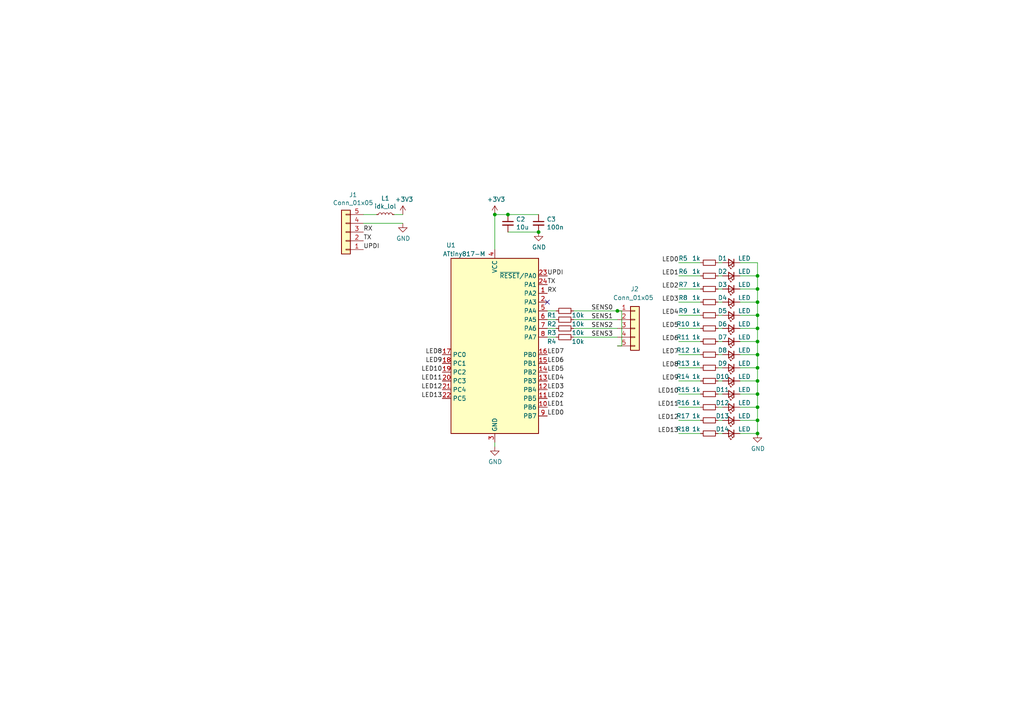
<source format=kicad_sch>
(kicad_sch (version 20211123) (generator eeschema)
  (paper "A4")
  (lib_symbols
    (symbol "Connector_Generic:Conn_01x05" (pin_names (offset 1.016) hide)
      (property "Reference" "J" (at 0 7.62 0))
      (property "Value" "Conn_01x05" (at 0 -7.62 0))
      (symbol "Conn_01x05_1_1"
        (rectangle (start -1.27 -4.953) (end 0 -5.207) (stroke (width 0.1524)))
        (rectangle (start -1.27 -2.413) (end 0 -2.667) (stroke (width 0.1524)))
        (rectangle (start -1.27 0.127) (end 0 -0.127) (stroke (width 0.1524)))
        (rectangle (start -1.27 2.667) (end 0 2.413) (stroke (width 0.1524)))
        (rectangle (start -1.27 5.207) (end 0 4.953) (stroke (width 0.1524)))
        (rectangle (start -1.27 6.35) (end 1.27 -6.35) (stroke (width 0.254)) (fill (type background)))
        (pin passive line (at -5.08 5.08 0) (length 3.81) (name "Pin_1") (number "1"))
        (pin passive line (at -5.08 2.54 0) (length 3.81) (name "Pin_2") (number "2"))
        (pin passive line (at -5.08 0 0) (length 3.81) (name "Pin_3") (number "3"))
        (pin passive line (at -5.08 -2.54 0) (length 3.81) (name "Pin_4") (number "4"))
        (pin passive line (at -5.08 -5.08 0) (length 3.81) (name "Pin_5") (number "5"))
      )
    )
    (symbol "Device:C_Small" (pin_numbers hide) (pin_names (offset 0.254) hide)
      (property "Reference" "C" (at 0.254 1.778 0))
      (property "Value" "C_Small" (at 0.254 -2.032 0))
      (symbol "C_Small_0_1"
        (polyline (pts (xy -1.524 -0.508) (xy 1.524 -0.508)) (stroke (width 0.3302)))
        (polyline (pts (xy -1.524 0.508) (xy 1.524 0.508)) (stroke (width 0.3048)))
      )
      (symbol "C_Small_1_1"
        (pin passive line (at 0 2.54 270) (length 2.032) (name "~") (number "1"))
        (pin passive line (at 0 -2.54 90) (length 2.032) (name "~") (number "2"))
      )
    )
    (symbol "Device:LED_Small" (pin_numbers hide) (pin_names (offset 0.254) hide)
      (property "Reference" "D" (at -1.27 3.175 0))
      (property "Value" "LED_Small" (at -4.445 -2.54 0))
      (symbol "LED_Small_0_1"
        (polyline (pts (xy -0.762 -1.016) (xy -0.762 1.016)) (stroke (width 0.254)))
        (polyline (pts (xy 1.016 0) (xy -0.762 0)))
        (polyline (pts (xy 0.762 -1.016) (xy -0.762 0) (xy 0.762 1.016) (xy 0.762 -1.016)) (stroke (width 0.254)))
        (polyline (pts (xy 0 0.762) (xy -0.508 1.27) (xy -0.254 1.27) (xy -0.508 1.27) (xy -0.508 1.016)))
        (polyline (pts (xy 0.508 1.27) (xy 0 1.778) (xy 0.254 1.778) (xy 0 1.778) (xy 0 1.524)))
      )
      (symbol "LED_Small_1_1"
        (pin passive line (at -2.54 0 0) (length 1.778) (name "K") (number "1"))
        (pin passive line (at 2.54 0 180) (length 1.778) (name "A") (number "2"))
      )
    )
    (symbol "Device:L_Small" (pin_numbers hide) (pin_names (offset 0.254) hide)
      (property "Reference" "L" (at 0.762 1.016 0))
      (property "Value" "L_Small" (at 0.762 -1.016 0))
      (symbol "L_Small_0_1"
        (arc (start 0 -2.032) (mid 0.508 -1.524) (end 0 -1.016))
        (arc (start 0 -1.016) (mid 0.508 -0.508) (end 0 0))
        (arc (start 0 0) (mid 0.508 0.508) (end 0 1.016))
        (arc (start 0 1.016) (mid 0.508 1.524) (end 0 2.032))
      )
      (symbol "L_Small_1_1"
        (pin passive line (at 0 2.54 270) (length 0.508) (name "~") (number "1"))
        (pin passive line (at 0 -2.54 90) (length 0.508) (name "~") (number "2"))
      )
    )
    (symbol "Device:R_Small" (pin_numbers hide) (pin_names (offset 0.254) hide)
      (property "Reference" "R" (at 0.762 0.508 0))
      (property "Value" "R_Small" (at 0.762 -1.016 0))
      (symbol "R_Small_0_1"
        (rectangle (start -0.762 1.778) (end 0.762 -1.778) (stroke (width 0.2032)))
      )
      (symbol "R_Small_1_1"
        (pin passive line (at 0 2.54 270) (length 0.762) (name "~") (number "1"))
        (pin passive line (at 0 -2.54 90) (length 0.762) (name "~") (number "2"))
      )
    )
    (symbol "MCU_Microchip_ATtiny:ATtiny817-M"
      (property "Reference" "U" (at -12.7 26.67 0))
      (property "Value" "ATtiny817-M" (at 2.54 -26.67 0))
      (symbol "ATtiny817-M_0_1"
        (rectangle (start -12.7 -25.4) (end 12.7 25.4) (stroke (width 0.254)) (fill (type background)))
      )
      (symbol "ATtiny817-M_1_1"
        (pin bidirectional line (at 15.24 15.24 180) (length 2.54) (name "PA2") (number "1"))
        (pin bidirectional line (at 15.24 -17.78 180) (length 2.54) (name "PB6") (number "10"))
        (pin bidirectional line (at 15.24 -15.24 180) (length 2.54) (name "PB5") (number "11"))
        (pin bidirectional line (at 15.24 -12.7 180) (length 2.54) (name "PB4") (number "12"))
        (pin bidirectional line (at 15.24 -10.16 180) (length 2.54) (name "PB3") (number "13"))
        (pin bidirectional line (at 15.24 -7.62 180) (length 2.54) (name "PB2") (number "14"))
        (pin bidirectional line (at 15.24 -5.08 180) (length 2.54) (name "PB1") (number "15"))
        (pin bidirectional line (at 15.24 -2.54 180) (length 2.54) (name "PB0") (number "16"))
        (pin bidirectional line (at -15.24 -2.54 0) (length 2.54) (name "PC0") (number "17"))
        (pin bidirectional line (at -15.24 -5.08 0) (length 2.54) (name "PC1") (number "18"))
        (pin bidirectional line (at -15.24 -7.62 0) (length 2.54) (name "PC2") (number "19"))
        (pin bidirectional line (at 15.24 12.7 180) (length 2.54) (name "PA3") (number "2"))
        (pin bidirectional line (at -15.24 -10.16 0) (length 2.54) (name "PC3") (number "20"))
        (pin bidirectional line (at -15.24 -12.7 0) (length 2.54) (name "PC4") (number "21"))
        (pin bidirectional line (at -15.24 -15.24 0) (length 2.54) (name "PC5") (number "22"))
        (pin bidirectional line (at 15.24 20.32 180) (length 2.54) (name "~{RESET}/PA0") (number "23"))
        (pin bidirectional line (at 15.24 17.78 180) (length 2.54) (name "PA1") (number "24"))
        (pin passive line (at 0 -27.94 90) (length 2.54) hide (name "GND") (number "25"))
        (pin power_in line (at 0 -27.94 90) (length 2.54) (name "GND") (number "3"))
        (pin power_in line (at 0 27.94 270) (length 2.54) (name "VCC") (number "4"))
        (pin bidirectional line (at 15.24 10.16 180) (length 2.54) (name "PA4") (number "5"))
        (pin bidirectional line (at 15.24 7.62 180) (length 2.54) (name "PA5") (number "6"))
        (pin bidirectional line (at 15.24 5.08 180) (length 2.54) (name "PA6") (number "7"))
        (pin bidirectional line (at 15.24 2.54 180) (length 2.54) (name "PA7") (number "8"))
        (pin bidirectional line (at 15.24 -20.32 180) (length 2.54) (name "PB7") (number "9"))
      )
    )
    (symbol "power:+3V3" (power) (pin_names (offset 0))
      (property "Value" "+3V3" (at 0 3.556 0))
      (symbol "+3V3_0_1"
        (polyline (pts (xy -0.762 1.27) (xy 0 2.54)))
        (polyline (pts (xy 0 0) (xy 0 2.54)))
        (polyline (pts (xy 0 2.54) (xy 0.762 1.27)))
      )
      (symbol "+3V3_1_1"
        (pin power_in line (at 0 0 90) (length 0) hide (name "+3V3") (number "1"))
      )
    )
    (symbol "power:GND" (power) (pin_names (offset 0))
      (property "Value" "GND" (at 0 -3.81 0))
      (symbol "GND_0_1"
        (polyline (pts (xy 0 0) (xy 0 -1.27) (xy 1.27 -1.27) (xy 0 -2.54) (xy -1.27 -1.27) (xy 0 -1.27)))
      )
      (symbol "GND_1_1"
        (pin power_in line (at 0 0 270) (length 0) hide (name "GND") (number "1"))
      )
    )
  )
  (junction (at 219.71 125.73))
  (junction (at 179.07 90.17))
  (junction (at 219.71 87.63))
  (junction (at 219.71 80.01))
  (junction (at 219.71 83.82))
  (junction (at 219.71 118.11))
  (junction (at 219.71 114.3))
  (junction (at 219.71 121.92))
  (junction (at 147.32 62.23))
  (junction (at 219.71 91.44))
  (junction (at 219.71 102.87))
  (junction (at 156.21 67.31))
  (junction (at 143.51 62.23))
  (junction (at 219.71 99.06))
  (junction (at 219.71 95.25))
  (junction (at 219.71 106.68))
  (junction (at 219.71 110.49))
  (no_connect (at 158.75 87.63))
  (wire (pts (xy 219.71 114.3) (xy 219.71 118.11)))
  (wire (pts (xy 208.28 83.82) (xy 209.55 83.82)))
  (wire (pts (xy 214.63 102.87) (xy 219.71 102.87)))
  (wire (pts (xy 158.75 92.71) (xy 161.29 92.71)))
  (wire (pts (xy 219.71 80.01) (xy 219.71 83.82)))
  (wire (pts (xy 203.2 91.44) (xy 196.85 91.44)))
  (wire (pts (xy 214.63 76.2) (xy 219.71 76.2)))
  (wire (pts (xy 203.2 102.87) (xy 196.85 102.87)))
  (wire (pts (xy 158.75 90.17) (xy 161.29 90.17)))
  (wire (pts (xy 208.28 114.3) (xy 209.55 114.3)))
  (wire (pts (xy 214.63 121.92) (xy 219.71 121.92)))
  (wire (pts (xy 208.28 125.73) (xy 209.55 125.73)))
  (wire (pts (xy 214.63 106.68) (xy 219.71 106.68)))
  (wire (pts (xy 203.2 83.82) (xy 196.85 83.82)))
  (wire (pts (xy 158.75 97.79) (xy 161.29 97.79)))
  (wire (pts (xy 203.2 121.92) (xy 196.85 121.92)))
  (wire (pts (xy 203.2 95.25) (xy 196.85 95.25)))
  (wire (pts (xy 214.63 125.73) (xy 219.71 125.73)))
  (wire (pts (xy 214.63 110.49) (xy 219.71 110.49)))
  (wire (pts (xy 208.28 80.01) (xy 209.55 80.01)))
  (wire (pts (xy 208.28 110.49) (xy 209.55 110.49)))
  (wire (pts (xy 208.28 76.2) (xy 209.55 76.2)))
  (wire (pts (xy 208.28 95.25) (xy 209.55 95.25)))
  (wire (pts (xy 147.32 67.31) (xy 156.21 67.31)))
  (wire (pts (xy 208.28 102.87) (xy 209.55 102.87)))
  (wire (pts (xy 208.28 91.44) (xy 209.55 91.44)))
  (wire (pts (xy 158.75 95.25) (xy 161.29 95.25)))
  (wire (pts (xy 166.37 97.79) (xy 179.07 97.79)))
  (wire (pts (xy 208.28 118.11) (xy 209.55 118.11)))
  (wire (pts (xy 214.63 83.82) (xy 219.71 83.82)))
  (wire (pts (xy 219.71 95.25) (xy 219.71 99.06)))
  (wire (pts (xy 109.22 62.23) (xy 105.41 62.23)))
  (wire (pts (xy 219.71 102.87) (xy 219.71 106.68)))
  (wire (pts (xy 219.71 106.68) (xy 219.71 110.49)))
  (wire (pts (xy 214.63 91.44) (xy 219.71 91.44)))
  (wire (pts (xy 143.51 129.54) (xy 143.51 128.27)))
  (wire (pts (xy 180.34 100.33) (xy 180.34 90.17)))
  (wire (pts (xy 214.63 95.25) (xy 219.71 95.25)))
  (wire (pts (xy 219.71 110.49) (xy 219.71 114.3)))
  (wire (pts (xy 143.51 62.23) (xy 143.51 72.39)))
  (wire (pts (xy 203.2 125.73) (xy 196.85 125.73)))
  (wire (pts (xy 203.2 114.3) (xy 196.85 114.3)))
  (wire (pts (xy 105.41 64.77) (xy 116.84 64.77)))
  (wire (pts (xy 179.07 100.33) (xy 180.34 100.33)))
  (wire (pts (xy 219.71 76.2) (xy 219.71 80.01)))
  (wire (pts (xy 203.2 76.2) (xy 196.85 76.2)))
  (wire (pts (xy 203.2 106.68) (xy 196.85 106.68)))
  (wire (pts (xy 166.37 90.17) (xy 179.07 90.17)))
  (wire (pts (xy 143.51 62.23) (xy 147.32 62.23)))
  (wire (pts (xy 203.2 118.11) (xy 196.85 118.11)))
  (wire (pts (xy 219.71 99.06) (xy 219.71 102.87)))
  (wire (pts (xy 208.28 87.63) (xy 209.55 87.63)))
  (wire (pts (xy 219.71 83.82) (xy 219.71 87.63)))
  (wire (pts (xy 180.34 90.17) (xy 179.07 90.17)))
  (wire (pts (xy 166.37 92.71) (xy 179.07 92.71)))
  (wire (pts (xy 214.63 114.3) (xy 219.71 114.3)))
  (wire (pts (xy 147.32 62.23) (xy 156.21 62.23)))
  (wire (pts (xy 114.3 62.23) (xy 116.84 62.23)))
  (wire (pts (xy 208.28 121.92) (xy 209.55 121.92)))
  (wire (pts (xy 203.2 110.49) (xy 196.85 110.49)))
  (wire (pts (xy 214.63 99.06) (xy 219.71 99.06)))
  (wire (pts (xy 214.63 87.63) (xy 219.71 87.63)))
  (wire (pts (xy 219.71 121.92) (xy 219.71 125.73)))
  (wire (pts (xy 208.28 99.06) (xy 209.55 99.06)))
  (wire (pts (xy 208.28 106.68) (xy 209.55 106.68)))
  (wire (pts (xy 214.63 80.01) (xy 219.71 80.01)))
  (wire (pts (xy 203.2 80.01) (xy 196.85 80.01)))
  (wire (pts (xy 219.71 91.44) (xy 219.71 95.25)))
  (wire (pts (xy 203.2 87.63) (xy 196.85 87.63)))
  (wire (pts (xy 219.71 118.11) (xy 219.71 121.92)))
  (wire (pts (xy 214.63 118.11) (xy 219.71 118.11)))
  (wire (pts (xy 203.2 99.06) (xy 196.85 99.06)))
  (wire (pts (xy 166.37 95.25) (xy 179.07 95.25)))
  (wire (pts (xy 219.71 87.63) (xy 219.71 91.44)))
  (label "LED3" (at 158.75 113.03 0))
  (label "RX" (at 105.41 67.31 0))
  (label "UPDI" (at 158.75 80.01 0))
  (label "LED7" (at 158.75 102.87 0))
  (label "LED9" (at 196.85 110.49 180))
  (label "LED8" (at 196.85 106.68 180))
  (label "LED9" (at 128.27 105.41 180))
  (label "SENS0" (at 177.8 90.17 180))
  (label "LED13" (at 196.85 125.73 180))
  (label "LED1" (at 158.75 118.11 0))
  (label "LED0" (at 196.85 76.2 180))
  (label "TX" (at 158.75 82.55 0))
  (label "LED5" (at 158.75 107.95 0))
  (label "LED6" (at 158.75 105.41 0))
  (label "LED4" (at 158.75 110.49 0))
  (label "SENS1" (at 177.8 92.71 180))
  (label "LED10" (at 128.27 107.95 180))
  (label "TX" (at 105.41 69.85 0))
  (label "LED13" (at 128.27 115.57 180))
  (label "LED12" (at 196.85 121.92 180))
  (label "LED12" (at 128.27 113.03 180))
  (label "LED0" (at 158.75 120.65 0))
  (label "LED5" (at 196.85 95.25 180))
  (label "LED11" (at 128.27 110.49 180))
  (label "LED2" (at 196.85 83.82 180))
  (label "UPDI" (at 105.41 72.39 0))
  (label "LED2" (at 158.75 115.57 0))
  (label "LED11" (at 196.85 118.11 180))
  (label "LED6" (at 196.85 99.06 180))
  (label "LED8" (at 128.27 102.87 180))
  (label "LED7" (at 196.85 102.87 180))
  (label "LED10" (at 196.85 114.3 180))
  (label "LED4" (at 196.85 91.44 180))
  (label "SENS2" (at 177.8 95.25 180))
  (label "LED1" (at 196.85 80.01 180))
  (label "SENS3" (at 177.8 97.79 180))
  (label "RX" (at 158.75 85.09 0))
  (label "LED3" (at 196.85 87.63 180))
  (symbol (lib_id "Connector_Generic:Conn_01x05") (at 100.33 67.31 180) (unit 1)
    (property "Reference" "J1" (at 102.4128 56.515 0))
    (property "Value" "Conn_01x05" (at 102.4128 58.8264 0))
    (property "Footprint" "Connector_PinHeader_2.54mm:PinHeader_1x05_P2.54mm_Vertical" (effects hide))
  )
  (symbol (lib_id "power:+3V3") (at 116.84 62.23 0) (unit 1)
    (property "Reference" "#PWR0101" (effects hide))
    (property "Value" "+3V3" (at 117.221 57.8358 0))
  )
  (symbol (lib_id "Device:L_Small") (at 111.76 62.23 90) (unit 1)
    (property "Reference" "L1" (at 111.76 57.531 90))
    (property "Value" "idk_lol" (at 111.76 59.8424 90))
    (property "Footprint" "Inductor_SMD:L_1206_3216Metric" (effects hide))
  )
  (symbol (lib_id "power:GND") (at 116.84 64.77 0) (unit 1)
    (property "Reference" "#PWR0102" (effects hide))
    (property "Value" "GND" (at 116.967 69.1642 0))
  )
  (symbol (lib_id "MCU_Microchip_ATtiny:ATtiny817-M") (at 143.51 100.33 0) (unit 1)
    (property "Reference" "U1" (at 130.81 71.12 0))
    (property "Value" "ATtiny817-M" (at 134.62 73.66 0))
    (property "Footprint" "Package_DFN_QFN:QFN-24-1EP_4x4mm_P0.5mm_EP2.6x2.6mm" (effects hide))
    (property "Datasheet" "http://ww1.microchip.com/downloads/en/DeviceDoc/40001901B.pdf" (effects hide))
  )
  (symbol (lib_id "power:GND") (at 143.51 129.54 0) (unit 1)
    (property "Reference" "#PWR0103" (effects hide))
    (property "Value" "GND" (at 143.637 133.9342 0))
  )
  (symbol (lib_id "Device:C_Small") (at 147.32 64.77 0) (unit 1)
    (property "Reference" "C2" (at 149.6568 63.6016 0) (effects (justify left)))
    (property "Value" "10u" (at 149.6568 65.913 0) (effects (justify left)))
    (property "Footprint" "Capacitor_SMD:C_0805_2012Metric" (effects hide))
  )
  (symbol (lib_id "Device:C_Small") (at 156.21 64.77 0) (unit 1)
    (property "Reference" "C3" (at 158.5468 63.6016 0) (effects (justify left)))
    (property "Value" "100n" (at 158.5468 65.913 0) (effects (justify left)))
    (property "Footprint" "Capacitor_SMD:C_0805_2012Metric" (effects hide))
  )
  (symbol (lib_id "power:+3V3") (at 143.51 62.23 0) (unit 1)
    (property "Reference" "#PWR0104" (effects hide))
    (property "Value" "+3V3" (at 143.891 57.8358 0))
  )
  (symbol (lib_id "power:GND") (at 156.21 67.31 0) (unit 1)
    (property "Reference" "#PWR0105" (effects hide))
    (property "Value" "GND" (at 156.337 71.7042 0))
  )
  (symbol (lib_id "Device:R_Small") (at 163.83 90.17 270) (unit 1)
    (property "Reference" "R1" (at 160.02 91.44 90))
    (property "Value" "10k" (at 167.64 91.44 90))
    (property "Footprint" "Resistor_SMD:R_0603_1608Metric" (effects hide))
  )
  (symbol (lib_id "Device:R_Small") (at 163.83 92.71 270) (unit 1)
    (property "Reference" "R2" (at 160.02 93.98 90))
    (property "Value" "10k" (at 167.64 93.98 90))
    (property "Footprint" "Resistor_SMD:R_0603_1608Metric" (effects hide))
  )
  (symbol (lib_id "Device:R_Small") (at 163.83 95.25 270) (unit 1)
    (property "Reference" "R3" (at 160.02 96.52 90))
    (property "Value" "10k" (at 167.64 96.52 90))
    (property "Footprint" "Resistor_SMD:R_0603_1608Metric" (effects hide))
  )
  (symbol (lib_id "Device:R_Small") (at 163.83 97.79 270) (unit 1)
    (property "Reference" "R4" (at 160.02 99.06 90))
    (property "Value" "10k" (at 167.64 99.06 90))
    (property "Footprint" "Resistor_SMD:R_0603_1608Metric" (effects hide))
  )
  (symbol (lib_id "Device:LED_Small") (at 212.09 76.2 180) (unit 1)
    (property "Reference" "D1" (at 209.55 74.93 0))
    (property "Value" "LED" (at 215.9 74.93 0))
    (property "Footprint" "LED_SMD:LED_0603_1608Metric" (effects hide))
  )
  (symbol (lib_id "Device:R_Small") (at 205.74 76.2 270) (unit 1)
    (property "Reference" "R5" (at 198.12 74.93 90))
    (property "Value" "1k" (at 201.93 74.93 90))
    (property "Footprint" "Resistor_SMD:R_0603_1608Metric" (effects hide))
  )
  (symbol (lib_id "Device:R_Small") (at 205.74 80.01 270) (unit 1)
    (property "Reference" "R6" (at 198.12 78.74 90))
    (property "Value" "1k" (at 201.93 78.74 90))
    (property "Footprint" "Resistor_SMD:R_0603_1608Metric" (effects hide))
  )
  (symbol (lib_id "Device:LED_Small") (at 212.09 80.01 180) (unit 1)
    (property "Reference" "D2" (at 209.55 78.74 0))
    (property "Value" "LED" (at 215.9 78.74 0))
    (property "Footprint" "LED_SMD:LED_0603_1608Metric" (effects hide))
  )
  (symbol (lib_id "Device:R_Small") (at 205.74 83.82 270) (unit 1)
    (property "Reference" "R7" (at 198.12 82.55 90))
    (property "Value" "1k" (at 201.93 82.55 90))
    (property "Footprint" "Resistor_SMD:R_0603_1608Metric" (effects hide))
  )
  (symbol (lib_id "Device:LED_Small") (at 212.09 83.82 180) (unit 1)
    (property "Reference" "D3" (at 209.55 82.55 0))
    (property "Value" "LED" (at 215.9 82.55 0))
    (property "Footprint" "LED_SMD:LED_0603_1608Metric" (effects hide))
  )
  (symbol (lib_id "Device:R_Small") (at 205.74 87.63 270) (unit 1)
    (property "Reference" "R8" (at 198.12 86.36 90))
    (property "Value" "1k" (at 201.93 86.36 90))
    (property "Footprint" "Resistor_SMD:R_0603_1608Metric" (effects hide))
  )
  (symbol (lib_id "Device:LED_Small") (at 212.09 87.63 180) (unit 1)
    (property "Reference" "D4" (at 209.55 86.36 0))
    (property "Value" "LED" (at 215.9 86.36 0))
    (property "Footprint" "LED_SMD:LED_0603_1608Metric" (effects hide))
  )
  (symbol (lib_id "Device:R_Small") (at 205.74 91.44 270) (unit 1)
    (property "Reference" "R9" (at 198.12 90.17 90))
    (property "Value" "1k" (at 201.93 90.17 90))
    (property "Footprint" "Resistor_SMD:R_0603_1608Metric" (effects hide))
  )
  (symbol (lib_id "Device:LED_Small") (at 212.09 91.44 180) (unit 1)
    (property "Reference" "D5" (at 209.55 90.17 0))
    (property "Value" "LED" (at 215.9 90.17 0))
    (property "Footprint" "LED_SMD:LED_0603_1608Metric" (effects hide))
  )
  (symbol (lib_id "Device:R_Small") (at 205.74 95.25 270) (unit 1)
    (property "Reference" "R10" (at 198.12 93.98 90))
    (property "Value" "1k" (at 201.93 93.98 90))
    (property "Footprint" "Resistor_SMD:R_0603_1608Metric" (effects hide))
  )
  (symbol (lib_id "Device:LED_Small") (at 212.09 95.25 180) (unit 1)
    (property "Reference" "D6" (at 209.55 93.98 0))
    (property "Value" "LED" (at 215.9 93.98 0))
    (property "Footprint" "LED_SMD:LED_0603_1608Metric" (effects hide))
  )
  (symbol (lib_id "Device:R_Small") (at 205.74 99.06 270) (unit 1)
    (property "Reference" "R11" (at 198.12 97.79 90))
    (property "Value" "1k" (at 201.93 97.79 90))
    (property "Footprint" "Resistor_SMD:R_0603_1608Metric" (effects hide))
  )
  (symbol (lib_id "Device:LED_Small") (at 212.09 99.06 180) (unit 1)
    (property "Reference" "D7" (at 209.55 97.79 0))
    (property "Value" "LED" (at 215.9 97.79 0))
    (property "Footprint" "LED_SMD:LED_0603_1608Metric" (effects hide))
  )
  (symbol (lib_id "Device:R_Small") (at 205.74 102.87 270) (unit 1)
    (property "Reference" "R12" (at 198.12 101.6 90))
    (property "Value" "1k" (at 201.93 101.6 90))
    (property "Footprint" "Resistor_SMD:R_0603_1608Metric" (effects hide))
  )
  (symbol (lib_id "Device:LED_Small") (at 212.09 102.87 180) (unit 1)
    (property "Reference" "D8" (at 209.55 101.6 0))
    (property "Value" "LED" (at 215.9 101.6 0))
    (property "Footprint" "LED_SMD:LED_0603_1608Metric" (effects hide))
  )
  (symbol (lib_id "Device:R_Small") (at 205.74 106.68 270) (unit 1)
    (property "Reference" "R13" (at 198.12 105.41 90))
    (property "Value" "1k" (at 201.93 105.41 90))
    (property "Footprint" "Resistor_SMD:R_0603_1608Metric" (effects hide))
  )
  (symbol (lib_id "Device:LED_Small") (at 212.09 106.68 180) (unit 1)
    (property "Reference" "D9" (at 209.55 105.41 0))
    (property "Value" "LED" (at 215.9 105.41 0))
    (property "Footprint" "LED_SMD:LED_0603_1608Metric" (effects hide))
  )
  (symbol (lib_id "Device:R_Small") (at 205.74 110.49 270) (unit 1)
    (property "Reference" "R14" (at 198.12 109.22 90))
    (property "Value" "1k" (at 201.93 109.22 90))
    (property "Footprint" "Resistor_SMD:R_0603_1608Metric" (effects hide))
  )
  (symbol (lib_id "Device:LED_Small") (at 212.09 110.49 180) (unit 1)
    (property "Reference" "D10" (at 209.55 109.22 0))
    (property "Value" "LED" (at 215.9 109.22 0))
    (property "Footprint" "LED_SMD:LED_0603_1608Metric" (effects hide))
  )
  (symbol (lib_id "Device:R_Small") (at 205.74 114.3 270) (unit 1)
    (property "Reference" "R15" (at 198.12 113.03 90))
    (property "Value" "1k" (at 201.93 113.03 90))
    (property "Footprint" "Resistor_SMD:R_0603_1608Metric" (effects hide))
  )
  (symbol (lib_id "Device:LED_Small") (at 212.09 114.3 180) (unit 1)
    (property "Reference" "D11" (at 209.55 113.03 0))
    (property "Value" "LED" (at 215.9 113.03 0))
    (property "Footprint" "LED_SMD:LED_0603_1608Metric" (effects hide))
  )
  (symbol (lib_id "Device:R_Small") (at 205.74 118.11 270) (unit 1)
    (property "Reference" "R16" (at 198.12 116.84 90))
    (property "Value" "1k" (at 201.93 116.84 90))
    (property "Footprint" "Resistor_SMD:R_0603_1608Metric" (effects hide))
  )
  (symbol (lib_id "Device:LED_Small") (at 212.09 118.11 180) (unit 1)
    (property "Reference" "D12" (at 209.55 116.84 0))
    (property "Value" "LED" (at 215.9 116.84 0))
    (property "Footprint" "LED_SMD:LED_0603_1608Metric" (effects hide))
  )
  (symbol (lib_id "Device:R_Small") (at 205.74 121.92 270) (unit 1)
    (property "Reference" "R17" (at 198.12 120.65 90))
    (property "Value" "1k" (at 201.93 120.65 90))
    (property "Footprint" "Resistor_SMD:R_0603_1608Metric" (effects hide))
  )
  (symbol (lib_id "Device:LED_Small") (at 212.09 121.92 180) (unit 1)
    (property "Reference" "D13" (at 209.55 120.65 0))
    (property "Value" "LED" (at 215.9 120.65 0))
    (property "Footprint" "LED_SMD:LED_0603_1608Metric" (effects hide))
  )
  (symbol (lib_id "Device:R_Small") (at 205.74 125.73 270) (unit 1)
    (property "Reference" "R18" (at 198.12 124.46 90))
    (property "Value" "1k" (at 201.93 124.46 90))
    (property "Footprint" "Resistor_SMD:R_0603_1608Metric" (effects hide))
  )
  (symbol (lib_id "Device:LED_Small") (at 212.09 125.73 180) (unit 1)
    (property "Reference" "D14" (at 209.55 124.46 0))
    (property "Value" "LED" (at 215.9 124.46 0))
    (property "Footprint" "LED_SMD:LED_0603_1608Metric" (effects hide))
  )
  (symbol (lib_id "power:GND") (at 219.71 125.73 0) (unit 1)
    (property "Reference" "#PWR0106" (effects hide))
    (property "Value" "GND" (at 219.837 130.1242 0))
  )
  (symbol (lib_id "Connector_Generic:Conn_01x05") (at 184.15 95.25 0) (unit 1)
    (property "Reference" "J2" (at 182.88 83.82 0) (effects (justify left)))
    (property "Value" "Conn_01x05" (at 177.8 86.36 0) (effects (justify left)))
    (property "Footprint" "slider:slider" (effects hide))
  )
)
</source>
